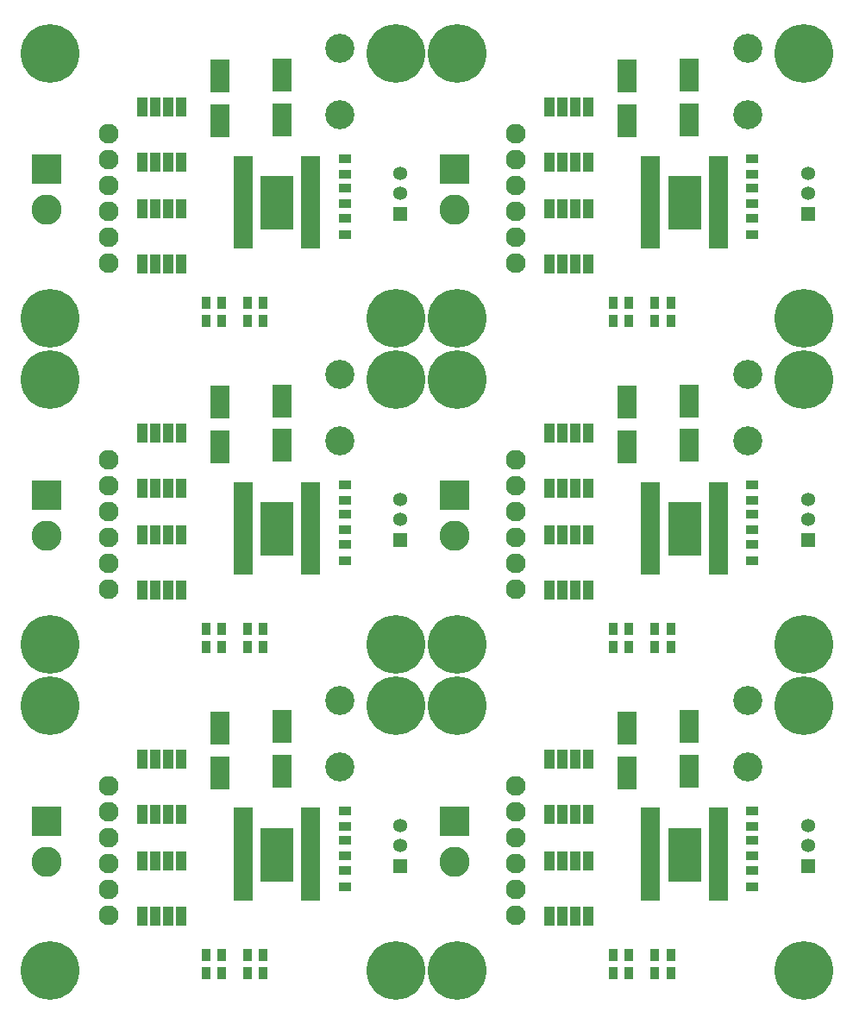
<source format=gts>
G04 EasyPC Gerber Version 21.0.3 Build 4286 *
G04 #@! TF.Part,Single*
G04 #@! TF.FileFunction,Soldermask,Top *
G04 #@! TF.FilePolarity,Negative *
%FSLAX45Y45*%
%MOIN*%
G04 #@! TA.AperFunction,SMDPad*
%ADD11R,0.03559X0.04937*%
%ADD146R,0.03992X0.07299*%
%ADD149R,0.07299X0.12811*%
%ADD148R,0.12811X0.20685*%
G04 #@! TA.AperFunction,ComponentPad*
%ADD85R,0.05331X0.05331*%
%ADD101R,0.11630X0.11630*%
%ADD86C,0.05331*%
%ADD12C,0.07693*%
%ADD150C,0.11236*%
%ADD102C,0.11630*%
G04 #@! TA.AperFunction,WasherPad*
%ADD145C,0.22654*%
G04 #@! TA.AperFunction,SMDPad*
%ADD147R,0.07496X0.02772*%
%ADD16R,0.04937X0.03559*%
X0Y0D02*
D02*
D11*
X84322Y39699D03*
Y46785D03*
Y165683D03*
Y172770D03*
Y291667D03*
Y298754D03*
X90424Y39699D03*
Y46785D03*
Y165683D03*
Y172770D03*
Y291667D03*
Y298754D03*
X100463Y39699D03*
Y46785D03*
Y165683D03*
Y172770D03*
Y291667D03*
Y298754D03*
X106566Y39699D03*
Y46785D03*
Y165683D03*
Y172770D03*
Y291667D03*
Y298754D03*
X241802Y39699D03*
Y46785D03*
Y165683D03*
Y172770D03*
Y291667D03*
Y298754D03*
X247904Y39699D03*
Y46785D03*
Y165683D03*
Y172770D03*
Y291667D03*
Y298754D03*
X257944Y39699D03*
Y46785D03*
Y165683D03*
Y172770D03*
Y291667D03*
Y298754D03*
X264046Y39699D03*
Y46785D03*
Y165683D03*
Y172770D03*
Y291667D03*
Y298754D03*
D02*
D12*
X46782Y62140D03*
Y72140D03*
Y82140D03*
Y92140D03*
Y102140D03*
Y112140D03*
Y188124D03*
Y198124D03*
Y208124D03*
Y218124D03*
Y228124D03*
Y238124D03*
Y314108D03*
Y324108D03*
Y334108D03*
Y344108D03*
Y354108D03*
Y364108D03*
X204263Y62140D03*
Y72140D03*
Y82140D03*
Y92140D03*
Y102140D03*
Y112140D03*
Y188124D03*
Y198124D03*
Y208124D03*
Y218124D03*
Y228124D03*
Y238124D03*
Y314108D03*
Y324108D03*
Y334108D03*
Y344108D03*
Y354108D03*
Y364108D03*
D02*
D16*
X138160Y73262D03*
Y79364D03*
Y85073D03*
Y91175D03*
Y96490D03*
Y102593D03*
Y199246D03*
Y205348D03*
Y211057D03*
Y217159D03*
Y222474D03*
Y228577D03*
Y325230D03*
Y331333D03*
Y337041D03*
Y343144D03*
Y348459D03*
Y354561D03*
X295641Y73262D03*
Y79364D03*
Y85073D03*
Y91175D03*
Y96490D03*
Y102593D03*
Y199246D03*
Y205348D03*
Y211057D03*
Y217159D03*
Y222474D03*
Y228577D03*
Y325230D03*
Y331333D03*
Y337041D03*
Y343144D03*
Y348459D03*
Y354561D03*
D02*
D85*
X159519Y81136D03*
Y207120D03*
Y333104D03*
X316999Y81136D03*
Y207120D03*
Y333104D03*
D02*
D86*
X159519Y89010D03*
Y96884D03*
Y214994D03*
Y222868D03*
Y340978D03*
Y348852D03*
X316999Y89010D03*
Y96884D03*
Y214994D03*
Y222868D03*
Y340978D03*
Y348852D03*
D02*
D101*
X22904Y98360D03*
Y224344D03*
Y350329D03*
X180385Y98360D03*
Y224344D03*
Y350329D03*
D02*
D102*
X22904Y82770D03*
Y208754D03*
Y334738D03*
X180385Y82770D03*
Y208754D03*
Y334738D03*
D02*
D145*
X23987Y40880D03*
Y143242D03*
Y166864D03*
Y269226D03*
Y292848D03*
Y395211D03*
X157845Y40880D03*
Y143242D03*
Y166864D03*
Y269226D03*
Y292848D03*
Y395211D03*
X181467Y40880D03*
Y143242D03*
Y166864D03*
Y269226D03*
Y292848D03*
Y395211D03*
X315326Y40880D03*
Y143242D03*
Y166864D03*
Y269226D03*
Y292848D03*
Y395211D03*
D02*
D146*
X59794Y61756D03*
Y83000D03*
Y101126D03*
Y122370D03*
Y187741D03*
Y208984D03*
Y227111D03*
Y248354D03*
Y313725D03*
Y334968D03*
Y353095D03*
Y374338D03*
X64794Y61756D03*
Y83000D03*
Y101126D03*
Y122370D03*
Y187741D03*
Y208984D03*
Y227111D03*
Y248354D03*
Y313725D03*
Y334968D03*
Y353095D03*
Y374338D03*
X69794Y61756D03*
Y83000D03*
Y101126D03*
Y122370D03*
Y187741D03*
Y208984D03*
Y227111D03*
Y248354D03*
Y313725D03*
Y334968D03*
Y353095D03*
Y374338D03*
X74794Y61756D03*
Y83000D03*
Y101126D03*
Y122370D03*
Y187741D03*
Y208984D03*
Y227111D03*
Y248354D03*
Y313725D03*
Y334968D03*
Y353095D03*
Y374338D03*
X217274Y61756D03*
Y83000D03*
Y101126D03*
Y122370D03*
Y187741D03*
Y208984D03*
Y227111D03*
Y248354D03*
Y313725D03*
Y334968D03*
Y353095D03*
Y374338D03*
X222274Y61756D03*
Y83000D03*
Y101126D03*
Y122370D03*
Y187741D03*
Y208984D03*
Y227111D03*
Y248354D03*
Y313725D03*
Y334968D03*
Y353095D03*
Y374338D03*
X227274Y61756D03*
Y83000D03*
Y101126D03*
Y122370D03*
Y187741D03*
Y208984D03*
Y227111D03*
Y248354D03*
Y313725D03*
Y334968D03*
Y353095D03*
Y374338D03*
X232274Y61756D03*
Y83000D03*
Y101126D03*
Y122370D03*
Y187741D03*
Y208984D03*
Y227111D03*
Y248354D03*
Y313725D03*
Y334968D03*
Y353095D03*
Y374338D03*
D02*
D147*
X98790Y69030D03*
Y71589D03*
Y74148D03*
Y76707D03*
Y79266D03*
Y81825D03*
Y84384D03*
Y86943D03*
Y89502D03*
Y92061D03*
Y94620D03*
Y97179D03*
Y99738D03*
Y102297D03*
Y195014D03*
Y197573D03*
Y200132D03*
Y202691D03*
Y205250D03*
Y207809D03*
Y210368D03*
Y212927D03*
Y215486D03*
Y218045D03*
Y220604D03*
Y223163D03*
Y225722D03*
Y228281D03*
Y320998D03*
Y323557D03*
Y326116D03*
Y328675D03*
Y331234D03*
Y333793D03*
Y336352D03*
Y338911D03*
Y341470D03*
Y344030D03*
Y346589D03*
Y349148D03*
Y351707D03*
Y354266D03*
X124971Y69030D03*
Y71589D03*
Y74148D03*
Y76707D03*
Y79266D03*
Y81825D03*
Y84384D03*
Y86943D03*
Y89502D03*
Y92061D03*
Y94620D03*
Y97179D03*
Y99738D03*
Y102297D03*
Y195014D03*
Y197573D03*
Y200132D03*
Y202691D03*
Y205250D03*
Y207809D03*
Y210368D03*
Y212927D03*
Y215486D03*
Y218045D03*
Y220604D03*
Y223163D03*
Y225722D03*
Y228281D03*
Y320998D03*
Y323557D03*
Y326116D03*
Y328675D03*
Y331234D03*
Y333793D03*
Y336352D03*
Y338911D03*
Y341470D03*
Y344030D03*
Y346589D03*
Y349148D03*
Y351707D03*
Y354266D03*
X256270Y69030D03*
Y71589D03*
Y74148D03*
Y76707D03*
Y79266D03*
Y81825D03*
Y84384D03*
Y86943D03*
Y89502D03*
Y92061D03*
Y94620D03*
Y97179D03*
Y99738D03*
Y102297D03*
Y195014D03*
Y197573D03*
Y200132D03*
Y202691D03*
Y205250D03*
Y207809D03*
Y210368D03*
Y212927D03*
Y215486D03*
Y218045D03*
Y220604D03*
Y223163D03*
Y225722D03*
Y228281D03*
Y320998D03*
Y323557D03*
Y326116D03*
Y328675D03*
Y331234D03*
Y333793D03*
Y336352D03*
Y338911D03*
Y341470D03*
Y344030D03*
Y346589D03*
Y349148D03*
Y351707D03*
Y354266D03*
X282452Y69030D03*
Y71589D03*
Y74148D03*
Y76707D03*
Y79266D03*
Y81825D03*
Y84384D03*
Y86943D03*
Y89502D03*
Y92061D03*
Y94620D03*
Y97179D03*
Y99738D03*
Y102297D03*
Y195014D03*
Y197573D03*
Y200132D03*
Y202691D03*
Y205250D03*
Y207809D03*
Y210368D03*
Y212927D03*
Y215486D03*
Y218045D03*
Y220604D03*
Y223163D03*
Y225722D03*
Y228281D03*
Y320998D03*
Y323557D03*
Y326116D03*
Y328675D03*
Y331234D03*
Y333793D03*
Y336352D03*
Y338911D03*
Y341470D03*
Y344030D03*
Y346589D03*
Y349148D03*
Y351707D03*
Y354266D03*
D02*
D148*
X111916Y85422D03*
Y211407D03*
Y337391D03*
X269396Y85422D03*
Y211407D03*
Y337391D03*
D02*
D149*
X89735Y117258D03*
Y134581D03*
Y243242D03*
Y260565D03*
Y369226D03*
Y386549D03*
X113751Y117652D03*
Y134974D03*
Y243636D03*
Y260959D03*
Y369620D03*
Y386943D03*
X247215Y117258D03*
Y134581D03*
Y243242D03*
Y260565D03*
Y369226D03*
Y386549D03*
X271231Y117652D03*
Y134974D03*
Y243636D03*
Y260959D03*
Y369620D03*
Y386943D03*
D02*
D150*
X136192Y119620D03*
Y145211D03*
Y245604D03*
Y271195D03*
Y371589D03*
Y397179D03*
X293672Y119620D03*
Y145211D03*
Y245604D03*
Y271195D03*
Y371589D03*
Y397179D03*
X0Y0D02*
M02*

</source>
